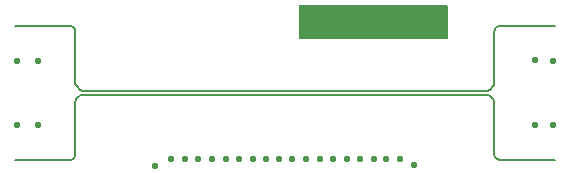
<source format=gbr>
%TF.GenerationSoftware,KiCad,Pcbnew,8.0.7-rc1-202412020537~5dd4718db0~ubuntu22.04.1*%
%TF.CreationDate,2025-02-21T12:43:02+01:00*%
%TF.ProjectId,si-simulation-test-board,44494646-5f50-44e2-9e6b-696361645f70,1.0.1*%
%TF.SameCoordinates,Original*%
%TF.FileFunction,Copper,L1,Top*%
%TF.FilePolarity,Positive*%
%FSLAX46Y46*%
G04 Gerber Fmt 4.6, Leading zero omitted, Abs format (unit mm)*
G04 Created by KiCad (PCBNEW 8.0.7-rc1-202412020537~5dd4718db0~ubuntu22.04.1) date 2025-02-21 12:43:02*
%MOMM*%
%LPD*%
G01*
G04 APERTURE LIST*
%TA.AperFunction,ViaPad*%
%ADD10C,0.550000*%
%TD*%
%TA.AperFunction,Conductor*%
%ADD11C,0.185000*%
%TD*%
G04 APERTURE END LIST*
D10*
%TO.N,GND*%
X140200000Y-114350000D03*
X121960000Y-117215000D03*
X108000000Y-117815000D03*
X126560000Y-117215000D03*
X118500000Y-117215000D03*
X127600000Y-117215000D03*
X140200000Y-108900000D03*
X141725000Y-114375000D03*
X129973654Y-117788654D03*
X115160000Y-117215000D03*
X119660000Y-117215000D03*
X123100000Y-117215000D03*
X114000000Y-117215000D03*
X98100000Y-114368973D03*
X132381000Y-106768000D03*
X116300000Y-117215000D03*
X125400000Y-117215000D03*
X120616000Y-105327000D03*
X124260000Y-117215000D03*
X112860000Y-117215000D03*
X98100000Y-108975000D03*
X120621000Y-106658000D03*
X117460000Y-117215000D03*
X96325000Y-108975000D03*
X110560000Y-117215000D03*
X96325000Y-114368973D03*
X109400000Y-117215000D03*
X128760000Y-117215000D03*
X141725000Y-108925000D03*
X120800000Y-117215000D03*
X111700000Y-117215000D03*
%TD*%
D11*
%TO.N,/DIFF_P*%
X136669632Y-111111105D02*
X136396105Y-111384632D01*
X136183973Y-111472500D02*
X101881028Y-111472500D01*
X101204632Y-106179632D02*
X101105368Y-106080368D01*
X136757500Y-106406765D02*
X136757500Y-110898973D01*
X101668896Y-111384632D02*
X101380368Y-111096104D01*
X136944633Y-106095368D02*
X136845368Y-106194633D01*
X141850000Y-105992500D02*
X137156765Y-106007500D01*
X101292500Y-110883972D02*
X101292500Y-106391764D01*
X100893236Y-105992500D02*
X96150000Y-105992500D01*
X136757500Y-110898973D02*
G75*
G02*
X136669646Y-111111119I-300000J-27D01*
G01*
X101292500Y-106391764D02*
G75*
G03*
X101204614Y-106179650I-300000J-36D01*
G01*
X101380368Y-111096104D02*
G75*
G02*
X101292520Y-110883972I212132J212104D01*
G01*
X136845368Y-106194633D02*
G75*
G03*
X136757475Y-106406765I212132J-212167D01*
G01*
X137156765Y-106007500D02*
G75*
G03*
X136944650Y-106095385I35J-300000D01*
G01*
X136396105Y-111384632D02*
G75*
G02*
X136183973Y-111472481I-212105J212132D01*
G01*
X101881028Y-111472500D02*
G75*
G02*
X101668882Y-111384646I-28J300000D01*
G01*
X101105368Y-106080368D02*
G75*
G03*
X100893236Y-105992475I-212168J-212132D01*
G01*
%TO.N,/DIFF_N*%
X137131764Y-117299264D02*
X141850000Y-117299264D01*
X101841027Y-111807500D02*
X136143972Y-111807500D01*
X136356104Y-111895368D02*
X136644632Y-112183896D01*
X96150000Y-117299264D02*
X100868235Y-117336473D01*
X101267500Y-116937208D02*
X101267500Y-112381027D01*
X136732500Y-116900000D02*
X136732500Y-112396028D01*
X101080367Y-117248605D02*
X101179632Y-117149340D01*
X136820368Y-117112132D02*
X136919632Y-117211396D01*
X101355368Y-112168895D02*
X101628895Y-111895368D01*
X100868235Y-117336473D02*
G75*
G03*
X101080344Y-117248582I-35J299973D01*
G01*
X136732500Y-116900000D02*
G75*
G03*
X136820368Y-117112132I300000J0D01*
G01*
X136143972Y-111807500D02*
G75*
G02*
X136356118Y-111895354I28J-300000D01*
G01*
X101179632Y-117149340D02*
G75*
G03*
X101267506Y-116937208I-212132J212140D01*
G01*
X136644632Y-112183896D02*
G75*
G02*
X136732480Y-112396028I-212132J-212104D01*
G01*
X101628895Y-111895368D02*
G75*
G02*
X101841027Y-111807519I212105J-212132D01*
G01*
X101267500Y-112381027D02*
G75*
G02*
X101355354Y-112168881I300000J27D01*
G01*
X136919632Y-117211396D02*
G75*
G03*
X137131764Y-117299300I212168J212096D01*
G01*
%TD*%
%TA.AperFunction,Conductor*%
%TO.N,GND*%
G36*
X132768191Y-104211407D02*
G01*
X132804155Y-104260907D01*
X132809000Y-104291500D01*
X132809000Y-107028000D01*
X132790093Y-107086191D01*
X132740593Y-107122155D01*
X132710000Y-107127000D01*
X120338000Y-107127000D01*
X120279809Y-107108093D01*
X120243845Y-107058593D01*
X120239000Y-107028000D01*
X120239000Y-104291500D01*
X120257907Y-104233309D01*
X120307407Y-104197345D01*
X120338000Y-104192500D01*
X132710000Y-104192500D01*
X132768191Y-104211407D01*
G37*
%TD.AperFunction*%
%TD*%
M02*

</source>
